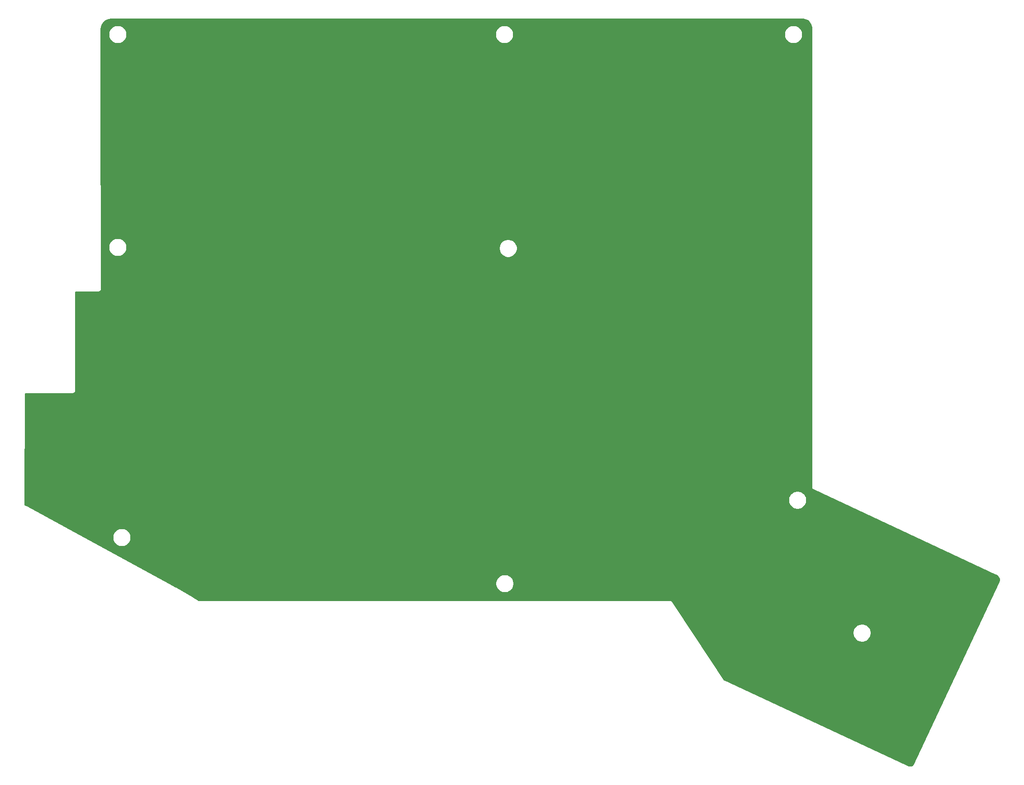
<source format=gbr>
G04 #@! TF.GenerationSoftware,KiCad,Pcbnew,(5.1.5)-3*
G04 #@! TF.CreationDate,2020-01-18T12:49:33+05:30*
G04 #@! TF.ProjectId,ergocape,6572676f-6361-4706-952e-6b696361645f,rev?*
G04 #@! TF.SameCoordinates,Original*
G04 #@! TF.FileFunction,Copper,L2,Bot*
G04 #@! TF.FilePolarity,Positive*
%FSLAX46Y46*%
G04 Gerber Fmt 4.6, Leading zero omitted, Abs format (unit mm)*
G04 Created by KiCad (PCBNEW (5.1.5)-3) date 2020-01-18 12:49:33*
%MOMM*%
%LPD*%
G04 APERTURE LIST*
%ADD10C,0.254000*%
G04 APERTURE END LIST*
D10*
G36*
X168707689Y-17760160D02*
G01*
X169001735Y-17848937D01*
X169272936Y-17993138D01*
X169510961Y-18187266D01*
X169706751Y-18423936D01*
X169852840Y-18694120D01*
X169943669Y-18987542D01*
X169978000Y-19314187D01*
X169978001Y-105377068D01*
X169976280Y-105388921D01*
X169978001Y-105421893D01*
X169978001Y-105432399D01*
X169979168Y-105444245D01*
X169980962Y-105478622D01*
X169983563Y-105488872D01*
X169984599Y-105499392D01*
X169994586Y-105532315D01*
X170003054Y-105565686D01*
X170007606Y-105575235D01*
X170010674Y-105585348D01*
X170026893Y-105615692D01*
X170041708Y-105646768D01*
X170048033Y-105655243D01*
X170053017Y-105664566D01*
X170074852Y-105691172D01*
X170095437Y-105718751D01*
X170103291Y-105725825D01*
X170110000Y-105734001D01*
X170136605Y-105755835D01*
X170162176Y-105778869D01*
X170171264Y-105784278D01*
X170179435Y-105790984D01*
X170209780Y-105807204D01*
X170220022Y-105813300D01*
X170229544Y-105817768D01*
X170258653Y-105833327D01*
X170270112Y-105836803D01*
X204178884Y-121747454D01*
X204179352Y-121747731D01*
X204199044Y-121756913D01*
X204218942Y-121766250D01*
X204219460Y-121766434D01*
X204639837Y-121962458D01*
X204795505Y-122054519D01*
X204913617Y-122160123D01*
X205008969Y-122286659D01*
X205077926Y-122429303D01*
X205117864Y-122582626D01*
X205127259Y-122740784D01*
X205105757Y-122897758D01*
X205047312Y-123067492D01*
X189174156Y-157091768D01*
X189082069Y-157247479D01*
X188976466Y-157365588D01*
X188849934Y-157460937D01*
X188707288Y-157529895D01*
X188553964Y-157569834D01*
X188395808Y-157579230D01*
X188238835Y-157557727D01*
X188069046Y-157499265D01*
X153793201Y-141523169D01*
X153788067Y-141520307D01*
X153772909Y-141513711D01*
X153757925Y-141506727D01*
X153752380Y-141504778D01*
X153670543Y-141469167D01*
X147741149Y-132544511D01*
X177720000Y-132544511D01*
X177720000Y-132885489D01*
X177786521Y-133219914D01*
X177917007Y-133534936D01*
X178106444Y-133818448D01*
X178347552Y-134059556D01*
X178631064Y-134248993D01*
X178946086Y-134379479D01*
X179280511Y-134446000D01*
X179621489Y-134446000D01*
X179955914Y-134379479D01*
X180270936Y-134248993D01*
X180554448Y-134059556D01*
X180795556Y-133818448D01*
X180984993Y-133534936D01*
X181115479Y-133219914D01*
X181182000Y-132885489D01*
X181182000Y-132544511D01*
X181115479Y-132210086D01*
X180984993Y-131895064D01*
X180795556Y-131611552D01*
X180554448Y-131370444D01*
X180270936Y-131181007D01*
X179955914Y-131050521D01*
X179621489Y-130984000D01*
X179280511Y-130984000D01*
X178946086Y-131050521D01*
X178631064Y-131181007D01*
X178347552Y-131370444D01*
X178106444Y-131611552D01*
X177917007Y-131895064D01*
X177786521Y-132210086D01*
X177720000Y-132544511D01*
X147741149Y-132544511D01*
X143901879Y-126765817D01*
X143890984Y-126745434D01*
X143862734Y-126711011D01*
X143834851Y-126676852D01*
X143834387Y-126676469D01*
X143834001Y-126675999D01*
X143799574Y-126647746D01*
X143765565Y-126619686D01*
X143765035Y-126619401D01*
X143764566Y-126619016D01*
X143725244Y-126597998D01*
X143686459Y-126577136D01*
X143685886Y-126576960D01*
X143685348Y-126576673D01*
X143642643Y-126563718D01*
X143600572Y-126550835D01*
X143599974Y-126550774D01*
X143599392Y-126550598D01*
X143555091Y-126546235D01*
X143511204Y-126541796D01*
X143488206Y-126544000D01*
X55244305Y-126544000D01*
X54099406Y-125857062D01*
X54097113Y-125855403D01*
X54080134Y-125845499D01*
X54063403Y-125835460D01*
X54060864Y-125834257D01*
X51043452Y-124074101D01*
X51038020Y-124070405D01*
X51024087Y-124062805D01*
X51010417Y-124054831D01*
X51004461Y-124052100D01*
X49577048Y-123273511D01*
X110855000Y-123273511D01*
X110855000Y-123614489D01*
X110921521Y-123948914D01*
X111052007Y-124263936D01*
X111241444Y-124547448D01*
X111482552Y-124788556D01*
X111766064Y-124977993D01*
X112081086Y-125108479D01*
X112415511Y-125175000D01*
X112756489Y-125175000D01*
X113090914Y-125108479D01*
X113405936Y-124977993D01*
X113689448Y-124788556D01*
X113930556Y-124547448D01*
X114119993Y-124263936D01*
X114250479Y-123948914D01*
X114317000Y-123614489D01*
X114317000Y-123273511D01*
X114250479Y-122939086D01*
X114119993Y-122624064D01*
X113930556Y-122340552D01*
X113689448Y-122099444D01*
X113405936Y-121910007D01*
X113090914Y-121779521D01*
X112756489Y-121713000D01*
X112415511Y-121713000D01*
X112081086Y-121779521D01*
X111766064Y-121910007D01*
X111482552Y-122099444D01*
X111241444Y-122340552D01*
X111052007Y-122624064D01*
X110921521Y-122939086D01*
X110855000Y-123273511D01*
X49577048Y-123273511D01*
X33744381Y-114637511D01*
X39163000Y-114637511D01*
X39163000Y-114978489D01*
X39229521Y-115312914D01*
X39360007Y-115627936D01*
X39549444Y-115911448D01*
X39790552Y-116152556D01*
X40074064Y-116341993D01*
X40389086Y-116472479D01*
X40723511Y-116539000D01*
X41064489Y-116539000D01*
X41398914Y-116472479D01*
X41713936Y-116341993D01*
X41997448Y-116152556D01*
X42238556Y-115911448D01*
X42427993Y-115627936D01*
X42558479Y-115312914D01*
X42625000Y-114978489D01*
X42625000Y-114637511D01*
X42558479Y-114303086D01*
X42427993Y-113988064D01*
X42238556Y-113704552D01*
X41997448Y-113463444D01*
X41713936Y-113274007D01*
X41398914Y-113143521D01*
X41064489Y-113077000D01*
X40723511Y-113077000D01*
X40389086Y-113143521D01*
X40074064Y-113274007D01*
X39790552Y-113463444D01*
X39549444Y-113704552D01*
X39360007Y-113988064D01*
X39229521Y-114303086D01*
X39163000Y-114637511D01*
X33744381Y-114637511D01*
X23090857Y-108826498D01*
X23083963Y-108822159D01*
X23071221Y-108815788D01*
X23058692Y-108808954D01*
X23051181Y-108805768D01*
X22808000Y-108684178D01*
X22808000Y-107652511D01*
X165655000Y-107652511D01*
X165655000Y-107993489D01*
X165721521Y-108327914D01*
X165852007Y-108642936D01*
X166041444Y-108926448D01*
X166282552Y-109167556D01*
X166566064Y-109356993D01*
X166881086Y-109487479D01*
X167215511Y-109554000D01*
X167556489Y-109554000D01*
X167890914Y-109487479D01*
X168205936Y-109356993D01*
X168489448Y-109167556D01*
X168730556Y-108926448D01*
X168919993Y-108642936D01*
X169050479Y-108327914D01*
X169117000Y-107993489D01*
X169117000Y-107652511D01*
X169050479Y-107318086D01*
X168919993Y-107003064D01*
X168730556Y-106719552D01*
X168489448Y-106478444D01*
X168205936Y-106289007D01*
X167890914Y-106158521D01*
X167556489Y-106092000D01*
X167215511Y-106092000D01*
X166881086Y-106158521D01*
X166566064Y-106289007D01*
X166282552Y-106478444D01*
X166041444Y-106719552D01*
X165852007Y-107003064D01*
X165721521Y-107318086D01*
X165655000Y-107652511D01*
X22808000Y-107652511D01*
X22808000Y-98197762D01*
X22826040Y-98138292D01*
X22833000Y-98067626D01*
X22833000Y-87857000D01*
X31726374Y-87857000D01*
X31750000Y-87859327D01*
X31773626Y-87857000D01*
X31844292Y-87850040D01*
X31934961Y-87822536D01*
X32018522Y-87777872D01*
X32091764Y-87717764D01*
X32151872Y-87644522D01*
X32196536Y-87560961D01*
X32224040Y-87470292D01*
X32233327Y-87376000D01*
X32231000Y-87352374D01*
X32231000Y-68807000D01*
X36552374Y-68807000D01*
X36576000Y-68809327D01*
X36599626Y-68807000D01*
X36670292Y-68800040D01*
X36760961Y-68772536D01*
X36844522Y-68727872D01*
X36917764Y-68667764D01*
X36977872Y-68594522D01*
X37022536Y-68510961D01*
X37050040Y-68420292D01*
X37059327Y-68326000D01*
X37057000Y-68302374D01*
X37057000Y-60281511D01*
X38401000Y-60281511D01*
X38401000Y-60622489D01*
X38467521Y-60956914D01*
X38598007Y-61271936D01*
X38787444Y-61555448D01*
X39028552Y-61796556D01*
X39312064Y-61985993D01*
X39627086Y-62116479D01*
X39961511Y-62183000D01*
X40302489Y-62183000D01*
X40636914Y-62116479D01*
X40951936Y-61985993D01*
X41235448Y-61796556D01*
X41476556Y-61555448D01*
X41665993Y-61271936D01*
X41796479Y-60956914D01*
X41863000Y-60622489D01*
X41863000Y-60472011D01*
X111489000Y-60472011D01*
X111489000Y-60812989D01*
X111555521Y-61147414D01*
X111686007Y-61462436D01*
X111875444Y-61745948D01*
X112116552Y-61987056D01*
X112400064Y-62176493D01*
X112715086Y-62306979D01*
X113049511Y-62373500D01*
X113390489Y-62373500D01*
X113724914Y-62306979D01*
X114039936Y-62176493D01*
X114323448Y-61987056D01*
X114564556Y-61745948D01*
X114753993Y-61462436D01*
X114884479Y-61147414D01*
X114951000Y-60812989D01*
X114951000Y-60472011D01*
X114884479Y-60137586D01*
X114753993Y-59822564D01*
X114564556Y-59539052D01*
X114323448Y-59297944D01*
X114039936Y-59108507D01*
X113724914Y-58978021D01*
X113390489Y-58911500D01*
X113049511Y-58911500D01*
X112715086Y-58978021D01*
X112400064Y-59108507D01*
X112116552Y-59297944D01*
X111875444Y-59539052D01*
X111686007Y-59822564D01*
X111555521Y-60137586D01*
X111489000Y-60472011D01*
X41863000Y-60472011D01*
X41863000Y-60281511D01*
X41796479Y-59947086D01*
X41665993Y-59632064D01*
X41476556Y-59348552D01*
X41235448Y-59107444D01*
X40951936Y-58918007D01*
X40636914Y-58787521D01*
X40302489Y-58721000D01*
X39961511Y-58721000D01*
X39627086Y-58787521D01*
X39312064Y-58918007D01*
X39028552Y-59107444D01*
X38787444Y-59348552D01*
X38598007Y-59632064D01*
X38467521Y-59947086D01*
X38401000Y-60281511D01*
X37057000Y-60281511D01*
X37057000Y-48871374D01*
X37050040Y-48800708D01*
X37032000Y-48741238D01*
X37032000Y-20403511D01*
X38401000Y-20403511D01*
X38401000Y-20744489D01*
X38467521Y-21078914D01*
X38598007Y-21393936D01*
X38787444Y-21677448D01*
X39028552Y-21918556D01*
X39312064Y-22107993D01*
X39627086Y-22238479D01*
X39961511Y-22305000D01*
X40302489Y-22305000D01*
X40636914Y-22238479D01*
X40951936Y-22107993D01*
X41235448Y-21918556D01*
X41476556Y-21677448D01*
X41665993Y-21393936D01*
X41796479Y-21078914D01*
X41863000Y-20744489D01*
X41863000Y-20403511D01*
X110791000Y-20403511D01*
X110791000Y-20744489D01*
X110857521Y-21078914D01*
X110988007Y-21393936D01*
X111177444Y-21677448D01*
X111418552Y-21918556D01*
X111702064Y-22107993D01*
X112017086Y-22238479D01*
X112351511Y-22305000D01*
X112692489Y-22305000D01*
X113026914Y-22238479D01*
X113341936Y-22107993D01*
X113625448Y-21918556D01*
X113866556Y-21677448D01*
X114055993Y-21393936D01*
X114186479Y-21078914D01*
X114253000Y-20744489D01*
X114253000Y-20403511D01*
X164893000Y-20403511D01*
X164893000Y-20744489D01*
X164959521Y-21078914D01*
X165090007Y-21393936D01*
X165279444Y-21677448D01*
X165520552Y-21918556D01*
X165804064Y-22107993D01*
X166119086Y-22238479D01*
X166453511Y-22305000D01*
X166794489Y-22305000D01*
X167128914Y-22238479D01*
X167443936Y-22107993D01*
X167727448Y-21918556D01*
X167968556Y-21677448D01*
X168157993Y-21393936D01*
X168288479Y-21078914D01*
X168355000Y-20744489D01*
X168355000Y-20403511D01*
X168288479Y-20069086D01*
X168157993Y-19754064D01*
X167968556Y-19470552D01*
X167727448Y-19229444D01*
X167443936Y-19040007D01*
X167128914Y-18909521D01*
X166794489Y-18843000D01*
X166453511Y-18843000D01*
X166119086Y-18909521D01*
X165804064Y-19040007D01*
X165520552Y-19229444D01*
X165279444Y-19470552D01*
X165090007Y-19754064D01*
X164959521Y-20069086D01*
X164893000Y-20403511D01*
X114253000Y-20403511D01*
X114186479Y-20069086D01*
X114055993Y-19754064D01*
X113866556Y-19470552D01*
X113625448Y-19229444D01*
X113341936Y-19040007D01*
X113026914Y-18909521D01*
X112692489Y-18843000D01*
X112351511Y-18843000D01*
X112017086Y-18909521D01*
X111702064Y-19040007D01*
X111418552Y-19229444D01*
X111177444Y-19470552D01*
X110988007Y-19754064D01*
X110857521Y-20069086D01*
X110791000Y-20403511D01*
X41863000Y-20403511D01*
X41796479Y-20069086D01*
X41665993Y-19754064D01*
X41476556Y-19470552D01*
X41235448Y-19229444D01*
X40951936Y-19040007D01*
X40636914Y-18909521D01*
X40302489Y-18843000D01*
X39961511Y-18843000D01*
X39627086Y-18909521D01*
X39312064Y-19040007D01*
X39028552Y-19229444D01*
X38787444Y-19470552D01*
X38598007Y-19754064D01*
X38467521Y-20069086D01*
X38401000Y-20403511D01*
X37032000Y-20403511D01*
X37032000Y-19614283D01*
X37033159Y-19608831D01*
X37033824Y-19602498D01*
X37072998Y-19202974D01*
X37176103Y-18861473D01*
X37343575Y-18546504D01*
X37569038Y-18270059D01*
X37843897Y-18042676D01*
X38157695Y-17873006D01*
X38498468Y-17767519D01*
X38874472Y-17728000D01*
X168379695Y-17728000D01*
X168707689Y-17760160D01*
G37*
X168707689Y-17760160D02*
X169001735Y-17848937D01*
X169272936Y-17993138D01*
X169510961Y-18187266D01*
X169706751Y-18423936D01*
X169852840Y-18694120D01*
X169943669Y-18987542D01*
X169978000Y-19314187D01*
X169978001Y-105377068D01*
X169976280Y-105388921D01*
X169978001Y-105421893D01*
X169978001Y-105432399D01*
X169979168Y-105444245D01*
X169980962Y-105478622D01*
X169983563Y-105488872D01*
X169984599Y-105499392D01*
X169994586Y-105532315D01*
X170003054Y-105565686D01*
X170007606Y-105575235D01*
X170010674Y-105585348D01*
X170026893Y-105615692D01*
X170041708Y-105646768D01*
X170048033Y-105655243D01*
X170053017Y-105664566D01*
X170074852Y-105691172D01*
X170095437Y-105718751D01*
X170103291Y-105725825D01*
X170110000Y-105734001D01*
X170136605Y-105755835D01*
X170162176Y-105778869D01*
X170171264Y-105784278D01*
X170179435Y-105790984D01*
X170209780Y-105807204D01*
X170220022Y-105813300D01*
X170229544Y-105817768D01*
X170258653Y-105833327D01*
X170270112Y-105836803D01*
X204178884Y-121747454D01*
X204179352Y-121747731D01*
X204199044Y-121756913D01*
X204218942Y-121766250D01*
X204219460Y-121766434D01*
X204639837Y-121962458D01*
X204795505Y-122054519D01*
X204913617Y-122160123D01*
X205008969Y-122286659D01*
X205077926Y-122429303D01*
X205117864Y-122582626D01*
X205127259Y-122740784D01*
X205105757Y-122897758D01*
X205047312Y-123067492D01*
X189174156Y-157091768D01*
X189082069Y-157247479D01*
X188976466Y-157365588D01*
X188849934Y-157460937D01*
X188707288Y-157529895D01*
X188553964Y-157569834D01*
X188395808Y-157579230D01*
X188238835Y-157557727D01*
X188069046Y-157499265D01*
X153793201Y-141523169D01*
X153788067Y-141520307D01*
X153772909Y-141513711D01*
X153757925Y-141506727D01*
X153752380Y-141504778D01*
X153670543Y-141469167D01*
X147741149Y-132544511D01*
X177720000Y-132544511D01*
X177720000Y-132885489D01*
X177786521Y-133219914D01*
X177917007Y-133534936D01*
X178106444Y-133818448D01*
X178347552Y-134059556D01*
X178631064Y-134248993D01*
X178946086Y-134379479D01*
X179280511Y-134446000D01*
X179621489Y-134446000D01*
X179955914Y-134379479D01*
X180270936Y-134248993D01*
X180554448Y-134059556D01*
X180795556Y-133818448D01*
X180984993Y-133534936D01*
X181115479Y-133219914D01*
X181182000Y-132885489D01*
X181182000Y-132544511D01*
X181115479Y-132210086D01*
X180984993Y-131895064D01*
X180795556Y-131611552D01*
X180554448Y-131370444D01*
X180270936Y-131181007D01*
X179955914Y-131050521D01*
X179621489Y-130984000D01*
X179280511Y-130984000D01*
X178946086Y-131050521D01*
X178631064Y-131181007D01*
X178347552Y-131370444D01*
X178106444Y-131611552D01*
X177917007Y-131895064D01*
X177786521Y-132210086D01*
X177720000Y-132544511D01*
X147741149Y-132544511D01*
X143901879Y-126765817D01*
X143890984Y-126745434D01*
X143862734Y-126711011D01*
X143834851Y-126676852D01*
X143834387Y-126676469D01*
X143834001Y-126675999D01*
X143799574Y-126647746D01*
X143765565Y-126619686D01*
X143765035Y-126619401D01*
X143764566Y-126619016D01*
X143725244Y-126597998D01*
X143686459Y-126577136D01*
X143685886Y-126576960D01*
X143685348Y-126576673D01*
X143642643Y-126563718D01*
X143600572Y-126550835D01*
X143599974Y-126550774D01*
X143599392Y-126550598D01*
X143555091Y-126546235D01*
X143511204Y-126541796D01*
X143488206Y-126544000D01*
X55244305Y-126544000D01*
X54099406Y-125857062D01*
X54097113Y-125855403D01*
X54080134Y-125845499D01*
X54063403Y-125835460D01*
X54060864Y-125834257D01*
X51043452Y-124074101D01*
X51038020Y-124070405D01*
X51024087Y-124062805D01*
X51010417Y-124054831D01*
X51004461Y-124052100D01*
X49577048Y-123273511D01*
X110855000Y-123273511D01*
X110855000Y-123614489D01*
X110921521Y-123948914D01*
X111052007Y-124263936D01*
X111241444Y-124547448D01*
X111482552Y-124788556D01*
X111766064Y-124977993D01*
X112081086Y-125108479D01*
X112415511Y-125175000D01*
X112756489Y-125175000D01*
X113090914Y-125108479D01*
X113405936Y-124977993D01*
X113689448Y-124788556D01*
X113930556Y-124547448D01*
X114119993Y-124263936D01*
X114250479Y-123948914D01*
X114317000Y-123614489D01*
X114317000Y-123273511D01*
X114250479Y-122939086D01*
X114119993Y-122624064D01*
X113930556Y-122340552D01*
X113689448Y-122099444D01*
X113405936Y-121910007D01*
X113090914Y-121779521D01*
X112756489Y-121713000D01*
X112415511Y-121713000D01*
X112081086Y-121779521D01*
X111766064Y-121910007D01*
X111482552Y-122099444D01*
X111241444Y-122340552D01*
X111052007Y-122624064D01*
X110921521Y-122939086D01*
X110855000Y-123273511D01*
X49577048Y-123273511D01*
X33744381Y-114637511D01*
X39163000Y-114637511D01*
X39163000Y-114978489D01*
X39229521Y-115312914D01*
X39360007Y-115627936D01*
X39549444Y-115911448D01*
X39790552Y-116152556D01*
X40074064Y-116341993D01*
X40389086Y-116472479D01*
X40723511Y-116539000D01*
X41064489Y-116539000D01*
X41398914Y-116472479D01*
X41713936Y-116341993D01*
X41997448Y-116152556D01*
X42238556Y-115911448D01*
X42427993Y-115627936D01*
X42558479Y-115312914D01*
X42625000Y-114978489D01*
X42625000Y-114637511D01*
X42558479Y-114303086D01*
X42427993Y-113988064D01*
X42238556Y-113704552D01*
X41997448Y-113463444D01*
X41713936Y-113274007D01*
X41398914Y-113143521D01*
X41064489Y-113077000D01*
X40723511Y-113077000D01*
X40389086Y-113143521D01*
X40074064Y-113274007D01*
X39790552Y-113463444D01*
X39549444Y-113704552D01*
X39360007Y-113988064D01*
X39229521Y-114303086D01*
X39163000Y-114637511D01*
X33744381Y-114637511D01*
X23090857Y-108826498D01*
X23083963Y-108822159D01*
X23071221Y-108815788D01*
X23058692Y-108808954D01*
X23051181Y-108805768D01*
X22808000Y-108684178D01*
X22808000Y-107652511D01*
X165655000Y-107652511D01*
X165655000Y-107993489D01*
X165721521Y-108327914D01*
X165852007Y-108642936D01*
X166041444Y-108926448D01*
X166282552Y-109167556D01*
X166566064Y-109356993D01*
X166881086Y-109487479D01*
X167215511Y-109554000D01*
X167556489Y-109554000D01*
X167890914Y-109487479D01*
X168205936Y-109356993D01*
X168489448Y-109167556D01*
X168730556Y-108926448D01*
X168919993Y-108642936D01*
X169050479Y-108327914D01*
X169117000Y-107993489D01*
X169117000Y-107652511D01*
X169050479Y-107318086D01*
X168919993Y-107003064D01*
X168730556Y-106719552D01*
X168489448Y-106478444D01*
X168205936Y-106289007D01*
X167890914Y-106158521D01*
X167556489Y-106092000D01*
X167215511Y-106092000D01*
X166881086Y-106158521D01*
X166566064Y-106289007D01*
X166282552Y-106478444D01*
X166041444Y-106719552D01*
X165852007Y-107003064D01*
X165721521Y-107318086D01*
X165655000Y-107652511D01*
X22808000Y-107652511D01*
X22808000Y-98197762D01*
X22826040Y-98138292D01*
X22833000Y-98067626D01*
X22833000Y-87857000D01*
X31726374Y-87857000D01*
X31750000Y-87859327D01*
X31773626Y-87857000D01*
X31844292Y-87850040D01*
X31934961Y-87822536D01*
X32018522Y-87777872D01*
X32091764Y-87717764D01*
X32151872Y-87644522D01*
X32196536Y-87560961D01*
X32224040Y-87470292D01*
X32233327Y-87376000D01*
X32231000Y-87352374D01*
X32231000Y-68807000D01*
X36552374Y-68807000D01*
X36576000Y-68809327D01*
X36599626Y-68807000D01*
X36670292Y-68800040D01*
X36760961Y-68772536D01*
X36844522Y-68727872D01*
X36917764Y-68667764D01*
X36977872Y-68594522D01*
X37022536Y-68510961D01*
X37050040Y-68420292D01*
X37059327Y-68326000D01*
X37057000Y-68302374D01*
X37057000Y-60281511D01*
X38401000Y-60281511D01*
X38401000Y-60622489D01*
X38467521Y-60956914D01*
X38598007Y-61271936D01*
X38787444Y-61555448D01*
X39028552Y-61796556D01*
X39312064Y-61985993D01*
X39627086Y-62116479D01*
X39961511Y-62183000D01*
X40302489Y-62183000D01*
X40636914Y-62116479D01*
X40951936Y-61985993D01*
X41235448Y-61796556D01*
X41476556Y-61555448D01*
X41665993Y-61271936D01*
X41796479Y-60956914D01*
X41863000Y-60622489D01*
X41863000Y-60472011D01*
X111489000Y-60472011D01*
X111489000Y-60812989D01*
X111555521Y-61147414D01*
X111686007Y-61462436D01*
X111875444Y-61745948D01*
X112116552Y-61987056D01*
X112400064Y-62176493D01*
X112715086Y-62306979D01*
X113049511Y-62373500D01*
X113390489Y-62373500D01*
X113724914Y-62306979D01*
X114039936Y-62176493D01*
X114323448Y-61987056D01*
X114564556Y-61745948D01*
X114753993Y-61462436D01*
X114884479Y-61147414D01*
X114951000Y-60812989D01*
X114951000Y-60472011D01*
X114884479Y-60137586D01*
X114753993Y-59822564D01*
X114564556Y-59539052D01*
X114323448Y-59297944D01*
X114039936Y-59108507D01*
X113724914Y-58978021D01*
X113390489Y-58911500D01*
X113049511Y-58911500D01*
X112715086Y-58978021D01*
X112400064Y-59108507D01*
X112116552Y-59297944D01*
X111875444Y-59539052D01*
X111686007Y-59822564D01*
X111555521Y-60137586D01*
X111489000Y-60472011D01*
X41863000Y-60472011D01*
X41863000Y-60281511D01*
X41796479Y-59947086D01*
X41665993Y-59632064D01*
X41476556Y-59348552D01*
X41235448Y-59107444D01*
X40951936Y-58918007D01*
X40636914Y-58787521D01*
X40302489Y-58721000D01*
X39961511Y-58721000D01*
X39627086Y-58787521D01*
X39312064Y-58918007D01*
X39028552Y-59107444D01*
X38787444Y-59348552D01*
X38598007Y-59632064D01*
X38467521Y-59947086D01*
X38401000Y-60281511D01*
X37057000Y-60281511D01*
X37057000Y-48871374D01*
X37050040Y-48800708D01*
X37032000Y-48741238D01*
X37032000Y-20403511D01*
X38401000Y-20403511D01*
X38401000Y-20744489D01*
X38467521Y-21078914D01*
X38598007Y-21393936D01*
X38787444Y-21677448D01*
X39028552Y-21918556D01*
X39312064Y-22107993D01*
X39627086Y-22238479D01*
X39961511Y-22305000D01*
X40302489Y-22305000D01*
X40636914Y-22238479D01*
X40951936Y-22107993D01*
X41235448Y-21918556D01*
X41476556Y-21677448D01*
X41665993Y-21393936D01*
X41796479Y-21078914D01*
X41863000Y-20744489D01*
X41863000Y-20403511D01*
X110791000Y-20403511D01*
X110791000Y-20744489D01*
X110857521Y-21078914D01*
X110988007Y-21393936D01*
X111177444Y-21677448D01*
X111418552Y-21918556D01*
X111702064Y-22107993D01*
X112017086Y-22238479D01*
X112351511Y-22305000D01*
X112692489Y-22305000D01*
X113026914Y-22238479D01*
X113341936Y-22107993D01*
X113625448Y-21918556D01*
X113866556Y-21677448D01*
X114055993Y-21393936D01*
X114186479Y-21078914D01*
X114253000Y-20744489D01*
X114253000Y-20403511D01*
X164893000Y-20403511D01*
X164893000Y-20744489D01*
X164959521Y-21078914D01*
X165090007Y-21393936D01*
X165279444Y-21677448D01*
X165520552Y-21918556D01*
X165804064Y-22107993D01*
X166119086Y-22238479D01*
X166453511Y-22305000D01*
X166794489Y-22305000D01*
X167128914Y-22238479D01*
X167443936Y-22107993D01*
X167727448Y-21918556D01*
X167968556Y-21677448D01*
X168157993Y-21393936D01*
X168288479Y-21078914D01*
X168355000Y-20744489D01*
X168355000Y-20403511D01*
X168288479Y-20069086D01*
X168157993Y-19754064D01*
X167968556Y-19470552D01*
X167727448Y-19229444D01*
X167443936Y-19040007D01*
X167128914Y-18909521D01*
X166794489Y-18843000D01*
X166453511Y-18843000D01*
X166119086Y-18909521D01*
X165804064Y-19040007D01*
X165520552Y-19229444D01*
X165279444Y-19470552D01*
X165090007Y-19754064D01*
X164959521Y-20069086D01*
X164893000Y-20403511D01*
X114253000Y-20403511D01*
X114186479Y-20069086D01*
X114055993Y-19754064D01*
X113866556Y-19470552D01*
X113625448Y-19229444D01*
X113341936Y-19040007D01*
X113026914Y-18909521D01*
X112692489Y-18843000D01*
X112351511Y-18843000D01*
X112017086Y-18909521D01*
X111702064Y-19040007D01*
X111418552Y-19229444D01*
X111177444Y-19470552D01*
X110988007Y-19754064D01*
X110857521Y-20069086D01*
X110791000Y-20403511D01*
X41863000Y-20403511D01*
X41796479Y-20069086D01*
X41665993Y-19754064D01*
X41476556Y-19470552D01*
X41235448Y-19229444D01*
X40951936Y-19040007D01*
X40636914Y-18909521D01*
X40302489Y-18843000D01*
X39961511Y-18843000D01*
X39627086Y-18909521D01*
X39312064Y-19040007D01*
X39028552Y-19229444D01*
X38787444Y-19470552D01*
X38598007Y-19754064D01*
X38467521Y-20069086D01*
X38401000Y-20403511D01*
X37032000Y-20403511D01*
X37032000Y-19614283D01*
X37033159Y-19608831D01*
X37033824Y-19602498D01*
X37072998Y-19202974D01*
X37176103Y-18861473D01*
X37343575Y-18546504D01*
X37569038Y-18270059D01*
X37843897Y-18042676D01*
X38157695Y-17873006D01*
X38498468Y-17767519D01*
X38874472Y-17728000D01*
X168379695Y-17728000D01*
X168707689Y-17760160D01*
M02*

</source>
